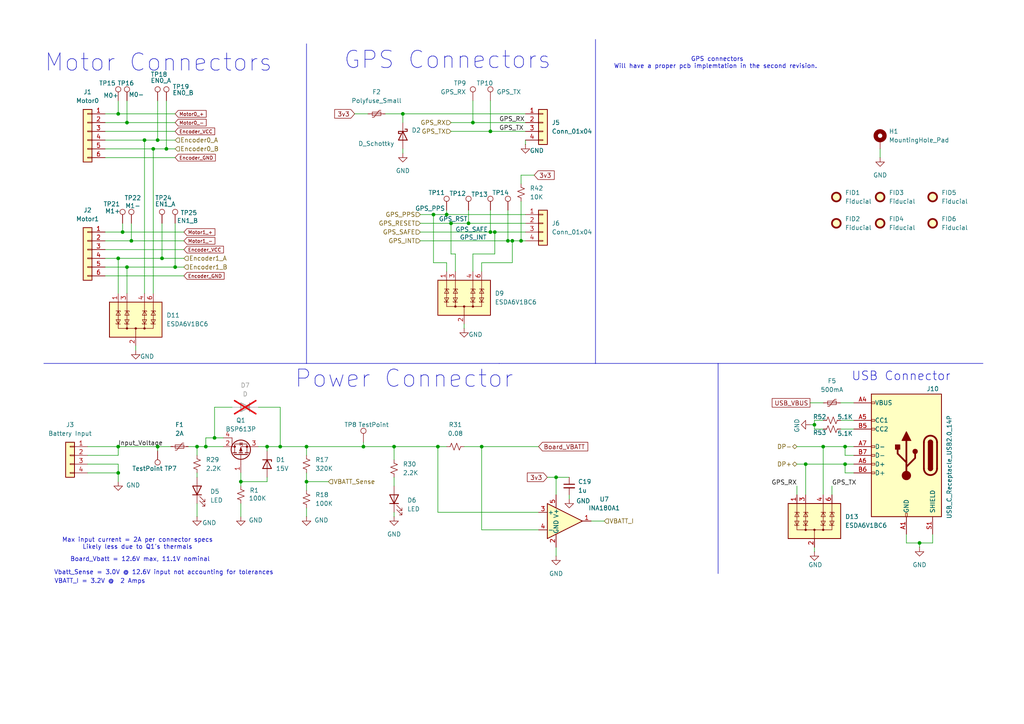
<source format=kicad_sch>
(kicad_sch (version 20231120) (generator "eeschema") (generator_version "8.0")
  (paper "A4")
  (lib_symbols
    (symbol "Amplifier_Current:INA180A1" (pin_names (offset 0.127))
      (property "Reference" "U" (at 3.81 3.81 0))
      (property "Value" "INA180A1" (at 3.81 -2.54 0))
      (symbol "INA180A1_0_1"
        (polyline (pts (xy 5.08 0) (xy -5.08 5.08) (xy -5.08 -5.08) (xy 5.08 0)) (stroke (width 0.254)) (fill (type background)))
      )
      (symbol "INA180A1_1_1"
        (pin output line (at 7.62 0 180) (length 2.54) (name "~") (number "1"))
        (pin power_in line (at -2.54 -7.62 90) (length 3.81) (name "GND") (number "2"))
        (pin input line (at -7.62 2.54 0) (length 2.54) (name "+") (number "3"))
        (pin input line (at -7.62 -2.54 0) (length 2.54) (name "-") (number "4"))
        (pin power_in line (at -2.54 7.62 270) (length 3.81) (name "V+") (number "5"))
      )
    )
    (symbol "Connector:TestPoint" (pin_numbers hide) (pin_names (offset 0.762) hide)
      (property "Reference" "TP" (at 0 6.858 0))
      (property "Value" "TestPoint" (at 0 5.08 0))
      (symbol "TestPoint_0_1"
        (circle (center 0 3.302) (radius 0.762))
      )
      (symbol "TestPoint_1_1"
        (pin passive line (at 0 0 90) (length 2.54) (name "1") (number "1"))
      )
    )
    (symbol "Connector:USB_C_Receptacle_USB2.0_14P" (pin_names (offset 1.016))
      (property "Reference" "J" (at 0 22.225 0))
      (property "Value" "USB_C_Receptacle_USB2.0_14P" (at 0 19.685 0))
      (symbol "USB_C_Receptacle_USB2.0_14P_0_0"
        (rectangle (start -0.254 -17.78) (end 0.254 -16.764))
        (rectangle (start 10.16 -4.826) (end 9.144 -5.334))
        (rectangle (start 10.16 -2.286) (end 9.144 -2.794))
        (rectangle (start 10.16 0.254) (end 9.144 -0.254))
        (rectangle (start 10.16 2.794) (end 9.144 2.286))
        (rectangle (start 10.16 7.874) (end 9.144 7.366))
        (rectangle (start 10.16 10.414) (end 9.144 9.906))
        (rectangle (start 10.16 15.494) (end 9.144 14.986))
      )
      (symbol "USB_C_Receptacle_USB2.0_14P_0_1"
        (rectangle (start -10.16 17.78) (end 10.16 -17.78) (stroke (width 0.254)) (fill (type background)))
        (arc (start -8.89 -3.81) (mid -6.985 -5.7067) (end -5.08 -3.81) (stroke (width 0.508)))
        (arc (start -7.62 -3.81) (mid -6.985 -4.4423) (end -6.35 -3.81) (stroke (width 0.254)))
        (arc (start -7.62 -3.81) (mid -6.985 -4.4423) (end -6.35 -3.81) (stroke (width 0.254)) (fill (type outline)))
        (rectangle (start -7.62 -3.81) (end -6.35 3.81) (stroke (width 0.254)) (fill (type outline)))
        (arc (start -6.35 3.81) (mid -6.985 4.4423) (end -7.62 3.81) (stroke (width 0.254)))
        (arc (start -6.35 3.81) (mid -6.985 4.4423) (end -7.62 3.81) (stroke (width 0.254)) (fill (type outline)))
        (arc (start -5.08 3.81) (mid -6.985 5.7067) (end -8.89 3.81) (stroke (width 0.508)))
        (circle (center -2.54 1.143) (radius 0.635) (stroke (width 0.254)) (fill (type outline)))
        (circle (center 0 -5.842) (radius 1.27) (fill (type outline)))
        (polyline (pts (xy -8.89 -3.81) (xy -8.89 3.81)) (stroke (width 0.508)))
        (polyline (pts (xy -5.08 3.81) (xy -5.08 -3.81)) (stroke (width 0.508)))
        (polyline (pts (xy 0 -5.842) (xy 0 4.318)) (stroke (width 0.508)))
        (polyline (pts (xy 0 -3.302) (xy -2.54 -0.762) (xy -2.54 0.508)) (stroke (width 0.508)))
        (polyline (pts (xy 0 -2.032) (xy 2.54 0.508) (xy 2.54 1.778)) (stroke (width 0.508)))
        (polyline (pts (xy -1.27 4.318) (xy 0 6.858) (xy 1.27 4.318) (xy -1.27 4.318)) (stroke (width 0.254)) (fill (type outline)))
        (rectangle (start 1.905 1.778) (end 3.175 3.048) (stroke (width 0.254)) (fill (type outline)))
      )
      (symbol "USB_C_Receptacle_USB2.0_14P_1_1"
        (pin passive line (at 0 -22.86 90) (length 5.08) (name "GND") (number "A1"))
        (pin passive line (at 0 -22.86 90) (length 5.08) hide (name "GND") (number "A12"))
        (pin passive line (at 15.24 15.24 180) (length 5.08) (name "VBUS") (number "A4"))
        (pin bidirectional line (at 15.24 10.16 180) (length 5.08) (name "CC1") (number "A5"))
        (pin bidirectional line (at 15.24 -2.54 180) (length 5.08) (name "D+") (number "A6"))
        (pin bidirectional line (at 15.24 2.54 180) (length 5.08) (name "D-") (number "A7"))
        (pin passive line (at 15.24 15.24 180) (length 5.08) hide (name "VBUS") (number "A9"))
        (pin passive line (at 0 -22.86 90) (length 5.08) hide (name "GND") (number "B1"))
        (pin passive line (at 0 -22.86 90) (length 5.08) hide (name "GND") (number "B12"))
        (pin passive line (at 15.24 15.24 180) (length 5.08) hide (name "VBUS") (number "B4"))
        (pin bidirectional line (at 15.24 7.62 180) (length 5.08) (name "CC2") (number "B5"))
        (pin bidirectional line (at 15.24 -5.08 180) (length 5.08) (name "D+") (number "B6"))
        (pin bidirectional line (at 15.24 0 180) (length 5.08) (name "D-") (number "B7"))
        (pin passive line (at 15.24 15.24 180) (length 5.08) hide (name "VBUS") (number "B9"))
        (pin passive line (at -7.62 -22.86 90) (length 5.08) (name "SHIELD") (number "S1"))
      )
    )
    (symbol "Connector_Generic:Conn_01x04" (pin_names (offset 1.016) hide)
      (property "Reference" "J" (at 0 5.08 0))
      (property "Value" "Conn_01x04" (at 0 -7.62 0))
      (symbol "Conn_01x04_1_1"
        (rectangle (start -1.27 -4.953) (end 0 -5.207) (stroke (width 0.1524)))
        (rectangle (start -1.27 -2.413) (end 0 -2.667) (stroke (width 0.1524)))
        (rectangle (start -1.27 0.127) (end 0 -0.127) (stroke (width 0.1524)))
        (rectangle (start -1.27 2.667) (end 0 2.413) (stroke (width 0.1524)))
        (rectangle (start -1.27 3.81) (end 1.27 -6.35) (stroke (width 0.254)) (fill (type background)))
        (pin passive line (at -5.08 2.54 0) (length 3.81) (name "Pin_1") (number "1"))
        (pin passive line (at -5.08 0 0) (length 3.81) (name "Pin_2") (number "2"))
        (pin passive line (at -5.08 -2.54 0) (length 3.81) (name "Pin_3") (number "3"))
        (pin passive line (at -5.08 -5.08 0) (length 3.81) (name "Pin_4") (number "4"))
      )
    )
    (symbol "Connector_Generic:Conn_01x06" (pin_names (offset 1.016) hide)
      (property "Reference" "J" (at 0 7.62 0))
      (property "Value" "Conn_01x06" (at 0 -10.16 0))
      (symbol "Conn_01x06_1_1"
        (rectangle (start -1.27 -7.493) (end 0 -7.747) (stroke (width 0.1524)))
        (rectangle (start -1.27 -4.953) (end 0 -5.207) (stroke (width 0.1524)))
        (rectangle (start -1.27 -2.413) (end 0 -2.667) (stroke (width 0.1524)))
        (rectangle (start -1.27 0.127) (end 0 -0.127) (stroke (width 0.1524)))
        (rectangle (start -1.27 2.667) (end 0 2.413) (stroke (width 0.1524)))
        (rectangle (start -1.27 5.207) (end 0 4.953) (stroke (width 0.1524)))
        (rectangle (start -1.27 6.35) (end 1.27 -8.89) (stroke (width 0.254)) (fill (type background)))
        (pin passive line (at -5.08 5.08 0) (length 3.81) (name "Pin_1") (number "1"))
        (pin passive line (at -5.08 2.54 0) (length 3.81) (name "Pin_2") (number "2"))
        (pin passive line (at -5.08 0 0) (length 3.81) (name "Pin_3") (number "3"))
        (pin passive line (at -5.08 -2.54 0) (length 3.81) (name "Pin_4") (number "4"))
        (pin passive line (at -5.08 -5.08 0) (length 3.81) (name "Pin_5") (number "5"))
        (pin passive line (at -5.08 -7.62 0) (length 3.81) (name "Pin_6") (number "6"))
      )
    )
    (symbol "Device:C_Small" (pin_numbers hide) (pin_names (offset 0.254) hide)
      (property "Reference" "C" (at 0.254 1.778 0))
      (property "Value" "C_Small" (at 0.254 -2.032 0))
      (symbol "C_Small_0_1"
        (polyline (pts (xy -1.524 -0.508) (xy 1.524 -0.508)) (stroke (width 0.3302)))
        (polyline (pts (xy -1.524 0.508) (xy 1.524 0.508)) (stroke (width 0.3048)))
      )
      (symbol "C_Small_1_1"
        (pin passive line (at 0 2.54 270) (length 2.032) (name "~") (number "1"))
        (pin passive line (at 0 -2.54 90) (length 2.032) (name "~") (number "2"))
      )
    )
    (symbol "Device:D" (pin_numbers hide) (pin_names (offset 1.016) hide)
      (property "Reference" "D" (at 0 2.54 0))
      (property "Value" "D" (at 0 -2.54 0))
      (symbol "D_0_1"
        (polyline (pts (xy -1.27 1.27) (xy -1.27 -1.27)) (stroke (width 0.254)))
        (polyline (pts (xy 1.27 0) (xy -1.27 0)))
        (polyline (pts (xy 1.27 1.27) (xy 1.27 -1.27) (xy -1.27 0) (xy 1.27 1.27)) (stroke (width 0.254)))
      )
      (symbol "D_1_1"
        (pin passive line (at -3.81 0 0) (length 2.54) (name "K") (number "1"))
        (pin passive line (at 3.81 0 180) (length 2.54) (name "A") (number "2"))
      )
    )
    (symbol "Device:D_Schottky" (pin_numbers hide) (pin_names (offset 1.016) hide)
      (property "Reference" "D" (at 0 2.54 0))
      (property "Value" "D_Schottky" (at 0 -2.54 0))
      (symbol "D_Schottky_0_1"
        (polyline (pts (xy 1.27 0) (xy -1.27 0)))
        (polyline (pts (xy 1.27 1.27) (xy 1.27 -1.27) (xy -1.27 0) (xy 1.27 1.27)) (stroke (width 0.254)))
        (polyline (pts (xy -1.905 0.635) (xy -1.905 1.27) (xy -1.27 1.27) (xy -1.27 -1.27) (xy -0.635 -1.27) (xy -0.635 -0.635)) (stroke (width 0.254)))
      )
      (symbol "D_Schottky_1_1"
        (pin passive line (at -3.81 0 0) (length 2.54) (name "K") (number "1"))
        (pin passive line (at 3.81 0 180) (length 2.54) (name "A") (number "2"))
      )
    )
    (symbol "Device:D_Zener" (pin_numbers hide) (pin_names (offset 1.016) hide)
      (property "Reference" "D" (at 0 2.54 0))
      (property "Value" "D_Zener" (at 0 -2.54 0))
      (symbol "D_Zener_0_1"
        (polyline (pts (xy 1.27 0) (xy -1.27 0)))
        (polyline (pts (xy -1.27 -1.27) (xy -1.27 1.27) (xy -0.762 1.27)) (stroke (width 0.254)))
        (polyline (pts (xy 1.27 -1.27) (xy 1.27 1.27) (xy -1.27 0) (xy 1.27 -1.27)) (stroke (width 0.254)))
      )
      (symbol "D_Zener_1_1"
        (pin passive line (at -3.81 0 0) (length 2.54) (name "K") (number "1"))
        (pin passive line (at 3.81 0 180) (length 2.54) (name "A") (number "2"))
      )
    )
    (symbol "Device:LED" (pin_numbers hide) (pin_names (offset 1.016) hide)
      (property "Reference" "D" (at 0 2.54 0))
      (property "Value" "LED" (at 0 -2.54 0))
      (symbol "LED_0_1"
        (polyline (pts (xy -1.27 -1.27) (xy -1.27 1.27)) (stroke (width 0.254)))
        (polyline (pts (xy -1.27 0) (xy 1.27 0)))
        (polyline (pts (xy 1.27 -1.27) (xy 1.27 1.27) (xy -1.27 0) (xy 1.27 -1.27)) (stroke (width 0.254)))
        (polyline (pts (xy -3.048 -0.762) (xy -4.572 -2.286) (xy -3.81 -2.286) (xy -4.572 -2.286) (xy -4.572 -1.524)))
        (polyline (pts (xy -1.778 -0.762) (xy -3.302 -2.286) (xy -2.54 -2.286) (xy -3.302 -2.286) (xy -3.302 -1.524)))
      )
      (symbol "LED_1_1"
        (pin passive line (at -3.81 0 0) (length 2.54) (name "K") (number "1"))
        (pin passive line (at 3.81 0 180) (length 2.54) (name "A") (number "2"))
      )
    )
    (symbol "Device:Polyfuse_Small" (pin_numbers hide) (pin_names (offset 0))
      (property "Reference" "F" (at -1.905 0 90))
      (property "Value" "Polyfuse_Small" (at 1.905 0 90))
      (symbol "Polyfuse_Small_0_1"
        (rectangle (start -0.508 1.27) (end 0.508 -1.27))
        (polyline (pts (xy 0 2.54) (xy 0 -2.54)))
        (polyline (pts (xy -1.016 1.27) (xy -1.016 0.762) (xy 1.016 -0.762) (xy 1.016 -1.27)))
      )
      (symbol "Polyfuse_Small_1_1"
        (pin passive line (at 0 2.54 270) (length 0.635) (name "~") (number "1"))
        (pin passive line (at 0 -2.54 90) (length 0.635) (name "~") (number "2"))
      )
    )
    (symbol "Device:Q_PMOS_GDSD" (pin_names (offset 0) hide)
      (property "Reference" "Q" (at 5.08 1.27 0))
      (property "Value" "Q_PMOS_GDSD" (at 5.08 -1.27 0))
      (symbol "Q_PMOS_GDSD_0_1"
        (polyline (pts (xy 0.254 0) (xy -2.54 0)))
        (polyline (pts (xy 0.254 1.905) (xy 0.254 -1.905)) (stroke (width 0.254)))
        (polyline (pts (xy 0.762 -1.27) (xy 0.762 -2.286)) (stroke (width 0.254)))
        (polyline (pts (xy 0.762 0.508) (xy 0.762 -0.508)) (stroke (width 0.254)))
        (polyline (pts (xy 0.762 2.286) (xy 0.762 1.27)) (stroke (width 0.254)))
        (polyline (pts (xy 2.54 -2.54) (xy 2.54 0) (xy 0.762 0)))
        (polyline (pts (xy 5.08 2.54) (xy 2.54 2.54) (xy 2.54 1.778)))
        (polyline (pts (xy 0.762 1.778) (xy 3.302 1.778) (xy 3.302 -1.778) (xy 0.762 -1.778)))
        (polyline (pts (xy 2.286 0) (xy 1.27 0.381) (xy 1.27 -0.381) (xy 2.286 0)) (fill (type outline)))
        (polyline (pts (xy 2.794 -0.508) (xy 2.921 -0.381) (xy 3.683 -0.381) (xy 3.81 -0.254)))
        (polyline (pts (xy 3.302 -0.381) (xy 2.921 0.254) (xy 3.683 0.254) (xy 3.302 -0.381)))
        (circle (center 1.651 0) (radius 2.794) (stroke (width 0.254)))
        (circle (center 2.54 -1.778) (radius 0.254) (fill (type outline)))
        (circle (center 2.54 1.778) (radius 0.254) (fill (type outline)))
      )
      (symbol "Q_PMOS_GDSD_1_1"
        (pin input line (at -5.08 0 0) (length 2.54) (name "G") (number "1"))
        (pin passive line (at 2.54 5.08 270) (length 2.54) (name "D") (number "2"))
        (pin passive line (at 2.54 -5.08 90) (length 2.54) (name "S") (number "3"))
        (pin passive line (at 5.08 5.08 270) (length 2.54) (name "D") (number "4"))
      )
    )
    (symbol "Device:R_Small_US" (pin_numbers hide) (pin_names (offset 0.254) hide)
      (property "Reference" "R" (at 0.762 0.508 0))
      (property "Value" "R_Small_US" (at 0.762 -1.016 0))
      (symbol "R_Small_US_1_1"
        (polyline (pts (xy 0 0) (xy 1.016 -0.381) (xy 0 -0.762) (xy -1.016 -1.143) (xy 0 -1.524)))
        (polyline (pts (xy 0 1.524) (xy 1.016 1.143) (xy 0 0.762) (xy -1.016 0.381) (xy 0 0)))
        (pin passive line (at 0 2.54 270) (length 1.016) (name "~") (number "1"))
        (pin passive line (at 0 -2.54 90) (length 1.016) (name "~") (number "2"))
      )
    )
    (symbol "Mechanical:Fiducial" (exclude_from_sim yes) (in_bom no)
      (property "Reference" "FID" (at 0 5.08 0))
      (property "Value" "Fiducial" (at 0 3.175 0))
      (symbol "Fiducial_0_1"
        (circle (center 0 0) (radius 1.27) (stroke (width 0.508)) (fill (type background)))
      )
    )
    (symbol "Mechanical:MountingHole_Pad" (pin_numbers hide) (pin_names (offset 1.016) hide) (exclude_from_sim yes) (in_bom no)
      (property "Reference" "H" (at 0 6.35 0))
      (property "Value" "MountingHole_Pad" (at 0 4.445 0))
      (symbol "MountingHole_Pad_0_1"
        (circle (center 0 1.27) (radius 1.27) (stroke (width 1.27)))
      )
      (symbol "MountingHole_Pad_1_1"
        (pin input line (at 0 -2.54 90) (length 2.54) (name "1") (number "1"))
      )
    )
    (symbol "Power_Protection:ESDA6V1BC6" (pin_names hide)
      (property "Reference" "D" (at -2.54 -6.35 0))
      (property "Value" "ESDA6V1BC6" (at 1.27 -6.35 0))
      (symbol "ESDA6V1BC6_0_0"
        (pin passive line (at 0 -7.62 90) (length 2.54) (name "COM") (number "2"))
      )
      (symbol "ESDA6V1BC6_0_1"
        (rectangle (start -7.62 5.08) (end 7.62 -5.08) (stroke (width 0.254)) (fill (type background)))
        (circle (center -2.54 -2.54) (radius 0.254) (fill (type outline)))
        (circle (center 0 -2.54) (radius 0.254) (fill (type outline)))
        (polyline (pts (xy -5.08 -2.54) (xy -5.08 -1.27)))
        (polyline (pts (xy -5.08 -2.54) (xy 5.08 -2.54)))
        (polyline (pts (xy -5.08 2.54) (xy -5.08 -1.27)))
        (polyline (pts (xy -5.08 5.08) (xy -5.08 2.54)))
        (polyline (pts (xy -2.54 -2.54) (xy -2.54 -1.27)))
        (polyline (pts (xy -2.54 2.54) (xy -2.54 -1.27)))
        (polyline (pts (xy -2.54 5.08) (xy -2.54 2.54)))
        (polyline (pts (xy 0 -2.54) (xy 0 -5.08)))
        (polyline (pts (xy 2.54 -2.54) (xy 2.54 -1.27)))
        (polyline (pts (xy 2.54 2.54) (xy 2.54 -1.27)))
        (polyline (pts (xy 2.54 5.08) (xy 2.54 2.54)))
        (polyline (pts (xy 5.08 -2.54) (xy 5.08 -1.27)))
        (polyline (pts (xy 5.08 2.54) (xy 5.08 -1.27)))
        (polyline (pts (xy 5.08 5.08) (xy 5.08 2.54)))
        (polyline (pts (xy -5.715 -1.016) (xy -5.715 -1.27) (xy -4.445 -1.27)))
        (polyline (pts (xy -5.715 2.54) (xy -4.445 2.54) (xy -4.445 2.286)))
        (polyline (pts (xy -3.175 -1.016) (xy -3.175 -1.27) (xy -1.905 -1.27)))
        (polyline (pts (xy -3.175 2.54) (xy -1.905 2.54) (xy -1.905 2.286)))
        (polyline (pts (xy 1.905 -1.016) (xy 1.905 -1.27) (xy 3.175 -1.27)))
        (polyline (pts (xy 1.905 2.54) (xy 3.175 2.54) (xy 3.175 2.286)))
        (polyline (pts (xy 4.445 -1.016) (xy 4.445 -1.27) (xy 5.715 -1.27)))
        (polyline (pts (xy 4.445 2.54) (xy 5.715 2.54) (xy 5.715 2.286)))
        (polyline (pts (xy -5.08 -1.27) (xy -5.715 0) (xy -4.445 0) (xy -5.08 -1.27)))
        (polyline (pts (xy -5.08 2.54) (xy -4.445 1.27) (xy -5.715 1.27) (xy -5.08 2.54)))
        (polyline (pts (xy -2.54 -1.27) (xy -3.175 0) (xy -1.905 0) (xy -2.54 -1.27)))
        (polyline (pts (xy -2.54 2.54) (xy -1.905 1.27) (xy -3.175 1.27) (xy -2.54 2.54)))
        (polyline (pts (xy 2.54 -1.27) (xy 1.905 0) (xy 3.175 0) (xy 2.54 -1.27)))
        (polyline (pts (xy 2.54 2.54) (xy 3.175 1.27) (xy 1.905 1.27) (xy 2.54 2.54)))
        (polyline (pts (xy 5.08 -1.27) (xy 4.445 0) (xy 5.715 0) (xy 5.08 -1.27)))
        (polyline (pts (xy 5.08 2.54) (xy 5.715 1.27) (xy 4.445 1.27) (xy 5.08 2.54)))
        (circle (center 2.54 -2.54) (radius 0.254) (fill (type outline)))
      )
      (symbol "ESDA6V1BC6_1_1"
        (pin passive line (at -5.08 7.62 270) (length 2.54) (name "TVS1") (number "1"))
        (pin passive line (at -2.54 7.62 270) (length 2.54) (name "TVS2") (number "3"))
        (pin passive line (at 2.54 7.62 270) (length 2.54) (name "TVS3") (number "4"))
        (pin passive line (at 0 -7.62 90) (length 2.54) hide (name "COM") (number "5"))
        (pin passive line (at 5.08 7.62 270) (length 2.54) (name "TVS4") (number "6"))
      )
    )
    (symbol "power:GND" (power) (pin_numbers hide) (pin_names (offset 0) hide)
      (property "Value" "GND" (at 0 -3.81 0))
      (symbol "GND_0_1"
        (polyline (pts (xy 0 0) (xy 0 -1.27) (xy 1.27 -1.27) (xy 0 -2.54) (xy -1.27 -1.27) (xy 0 -1.27)))
      )
      (symbol "GND_1_1"
        (pin power_in line (at 0 0 270) (length 0) (name "~") (number "1"))
      )
    )
  )
  (junction (at 41.91 40.64))
  (junction (at 147.32 69.85))
  (junction (at 137.16 35.56))
  (junction (at 127 129.54))
  (junction (at 36.83 77.47))
  (junction (at 88.9 139.7))
  (junction (at 77.47 129.54))
  (junction (at 143.51 67.31))
  (junction (at 59.69 129.54))
  (junction (at 34.29 137.16))
  (junction (at 36.83 35.56))
  (junction (at 129.54 62.23))
  (junction (at 34.29 33.02))
  (junction (at 236.22 123.19))
  (junction (at 116.84 33.02))
  (junction (at 34.29 74.93))
  (junction (at 88.9 129.54))
  (junction (at 46.99 74.93))
  (junction (at 45.72 40.64))
  (junction (at 125.73 62.23))
  (junction (at 233.68 134.62))
  (junction (at 62.23 127))
  (junction (at 114.3 129.54))
  (junction (at 81.28 129.54))
  (junction (at 139.7 129.54))
  (junction (at 142.24 67.31))
  (junction (at 238.76 129.54))
  (junction (at 151.13 69.85))
  (junction (at 45.72 129.54))
  (junction (at 266.7 157.48))
  (junction (at 48.26 43.18))
  (junction (at 35.56 67.31))
  (junction (at 135.89 64.77))
  (junction (at 69.85 139.7))
  (junction (at 245.11 134.62))
  (junction (at 38.1 69.85))
  (junction (at 105.41 129.54))
  (junction (at 245.11 129.54))
  (junction (at 34.29 129.54))
  (junction (at 148.59 69.85))
  (junction (at 130.81 64.77))
  (junction (at 57.15 129.54))
  (junction (at 142.24 38.1))
  (junction (at 161.29 138.43))
  (junction (at 50.8 77.47))
  (junction (at 44.45 43.18))
  (wire (pts (xy 74.93 118.11) (xy 81.28 118.11)))
  (wire (pts (xy 88.9 129.54) (xy 105.41 129.54)))
  (wire (pts (xy 30.48 69.85) (xy 38.1 69.85)))
  (wire (pts (xy 62.23 127) (xy 64.77 127)))
  (wire (pts (xy 236.22 124.46) (xy 236.22 123.19)))
  (wire (pts (xy 247.65 137.16) (xy 245.11 137.16)))
  (wire (pts (xy 25.4 129.54) (xy 34.29 129.54)))
  (wire (pts (xy 34.29 29.21) (xy 34.29 33.02)))
  (wire (pts (xy 238.76 129.54) (xy 238.76 143.51)))
  (wire (pts (xy 129.54 60.96) (xy 129.54 62.23)))
  (wire (pts (xy 50.8 77.47) (xy 53.34 77.47)))
  (polyline (pts (xy 208.28 105.41) (xy 208.28 166.37)))
  (wire (pts (xy 34.29 134.62) (xy 34.29 137.16)))
  (wire (pts (xy 57.15 129.54) (xy 57.15 132.08)))
  (wire (pts (xy 234.95 116.84) (xy 238.76 116.84)))
  (wire (pts (xy 30.48 77.47) (xy 36.83 77.47)))
  (wire (pts (xy 57.15 129.54) (xy 59.69 129.54)))
  (wire (pts (xy 151.13 50.8) (xy 154.94 50.8)))
  (wire (pts (xy 245.11 134.62) (xy 247.65 134.62)))
  (wire (pts (xy 105.41 128.27) (xy 105.41 129.54)))
  (wire (pts (xy 114.3 133.35) (xy 114.3 129.54)))
  (wire (pts (xy 25.4 132.08) (xy 34.29 132.08)))
  (wire (pts (xy 116.84 43.18) (xy 116.84 44.45)))
  (wire (pts (xy 147.32 60.96) (xy 147.32 69.85)))
  (wire (pts (xy 132.08 78.74) (xy 132.08 73.66)))
  (wire (pts (xy 233.68 134.62) (xy 245.11 134.62)))
  (wire (pts (xy 36.83 77.47) (xy 50.8 77.47)))
  (wire (pts (xy 142.24 29.21) (xy 142.24 38.1)))
  (wire (pts (xy 152.4 40.64) (xy 152.4 41.91)))
  (wire (pts (xy 245.11 134.62) (xy 245.11 137.16)))
  (wire (pts (xy 59.69 127) (xy 62.23 127)))
  (polyline (pts (xy 88.9 105.41) (xy 144.78 105.41)))
  (wire (pts (xy 151.13 58.42) (xy 151.13 69.85)))
  (wire (pts (xy 116.84 35.56) (xy 116.84 33.02)))
  (wire (pts (xy 130.81 64.77) (xy 135.89 64.77)))
  (wire (pts (xy 151.13 69.85) (xy 152.4 69.85)))
  (wire (pts (xy 30.48 67.31) (xy 35.56 67.31)))
  (wire (pts (xy 45.72 129.54) (xy 49.53 129.54)))
  (wire (pts (xy 25.4 134.62) (xy 34.29 134.62)))
  (wire (pts (xy 48.26 43.18) (xy 50.8 43.18)))
  (wire (pts (xy 67.31 118.11) (xy 62.23 118.11)))
  (wire (pts (xy 270.51 154.94) (xy 270.51 157.48)))
  (wire (pts (xy 161.29 138.43) (xy 161.29 143.51)))
  (wire (pts (xy 77.47 138.43) (xy 77.47 139.7)))
  (wire (pts (xy 130.81 38.1) (xy 142.24 38.1)))
  (wire (pts (xy 231.14 134.62) (xy 233.68 134.62)))
  (wire (pts (xy 129.54 62.23) (xy 152.4 62.23)))
  (wire (pts (xy 151.13 53.34) (xy 151.13 50.8)))
  (wire (pts (xy 132.08 73.66) (xy 130.81 73.66)))
  (wire (pts (xy 243.84 116.84) (xy 247.65 116.84)))
  (wire (pts (xy 88.9 137.16) (xy 88.9 139.7)))
  (wire (pts (xy 134.62 93.98) (xy 134.62 95.25)))
  (wire (pts (xy 156.21 153.67) (xy 139.7 153.67)))
  (wire (pts (xy 236.22 123.19) (xy 236.22 121.92)))
  (polyline (pts (xy 172.72 11.43) (xy 172.72 105.41)))
  (wire (pts (xy 35.56 67.31) (xy 53.34 67.31)))
  (wire (pts (xy 102.87 33.02) (xy 106.68 33.02)))
  (polyline (pts (xy 172.72 105.41) (xy 144.78 105.41)))
  (wire (pts (xy 125.73 76.2) (xy 129.54 76.2)))
  (wire (pts (xy 44.45 43.18) (xy 44.45 85.09)))
  (wire (pts (xy 147.32 69.85) (xy 148.59 69.85)))
  (wire (pts (xy 161.29 138.43) (xy 165.1 138.43)))
  (wire (pts (xy 236.22 158.75) (xy 236.22 160.02)))
  (wire (pts (xy 148.59 69.85) (xy 151.13 69.85)))
  (wire (pts (xy 125.73 62.23) (xy 129.54 62.23)))
  (wire (pts (xy 130.81 35.56) (xy 137.16 35.56)))
  (wire (pts (xy 247.65 132.08) (xy 245.11 132.08)))
  (wire (pts (xy 137.16 35.56) (xy 152.4 35.56)))
  (wire (pts (xy 77.47 129.54) (xy 77.47 130.81)))
  (wire (pts (xy 231.14 140.97) (xy 231.14 143.51)))
  (wire (pts (xy 121.92 62.23) (xy 125.73 62.23)))
  (wire (pts (xy 105.41 129.54) (xy 114.3 129.54)))
  (wire (pts (xy 111.76 33.02) (xy 116.84 33.02)))
  (wire (pts (xy 69.85 146.05) (xy 69.85 149.86)))
  (wire (pts (xy 236.22 121.92) (xy 238.76 121.92)))
  (wire (pts (xy 139.7 153.67) (xy 139.7 129.54)))
  (wire (pts (xy 34.29 74.93) (xy 34.29 85.09)))
  (wire (pts (xy 245.11 129.54) (xy 247.65 129.54)))
  (wire (pts (xy 161.29 158.75) (xy 161.29 161.29)))
  (wire (pts (xy 245.11 132.08) (xy 245.11 129.54)))
  (wire (pts (xy 148.59 69.85) (xy 148.59 76.2)))
  (wire (pts (xy 50.8 64.77) (xy 50.8 77.47)))
  (wire (pts (xy 81.28 129.54) (xy 81.28 118.11)))
  (wire (pts (xy 121.92 64.77) (xy 130.81 64.77)))
  (polyline (pts (xy 172.72 105.41) (xy 208.28 105.41)))
  (wire (pts (xy 121.92 69.85) (xy 147.32 69.85)))
  (wire (pts (xy 137.16 78.74) (xy 137.16 73.66)))
  (wire (pts (xy 266.7 157.48) (xy 262.89 157.48)))
  (wire (pts (xy 34.29 137.16) (xy 34.29 139.7)))
  (polyline (pts (xy 88.9 12.7) (xy 88.9 105.41)))
  (wire (pts (xy 30.48 80.01) (xy 53.34 80.01)))
  (wire (pts (xy 69.85 139.7) (xy 69.85 140.97)))
  (wire (pts (xy 266.7 158.75) (xy 266.7 157.48)))
  (wire (pts (xy 88.9 139.7) (xy 95.25 139.7)))
  (wire (pts (xy 139.7 78.74) (xy 139.7 76.2)))
  (wire (pts (xy 77.47 129.54) (xy 81.28 129.54)))
  (wire (pts (xy 45.72 129.54) (xy 45.72 130.81)))
  (wire (pts (xy 116.84 33.02) (xy 152.4 33.02)))
  (wire (pts (xy 45.72 29.21) (xy 45.72 40.64)))
  (wire (pts (xy 238.76 129.54) (xy 245.11 129.54)))
  (wire (pts (xy 74.93 129.54) (xy 77.47 129.54)))
  (wire (pts (xy 262.89 157.48) (xy 262.89 154.94)))
  (wire (pts (xy 34.29 129.54) (xy 34.29 132.08)))
  (wire (pts (xy 165.1 143.51) (xy 165.1 144.78)))
  (wire (pts (xy 88.9 129.54) (xy 88.9 132.08)))
  (wire (pts (xy 135.89 60.96) (xy 135.89 64.77)))
  (wire (pts (xy 137.16 73.66) (xy 143.51 73.66)))
  (wire (pts (xy 130.81 64.77) (xy 130.81 73.66)))
  (wire (pts (xy 81.28 129.54) (xy 88.9 129.54)))
  (wire (pts (xy 158.75 138.43) (xy 161.29 138.43)))
  (wire (pts (xy 243.84 124.46) (xy 247.65 124.46)))
  (wire (pts (xy 241.3 140.97) (xy 241.3 143.51)))
  (wire (pts (xy 59.69 127) (xy 59.69 129.54)))
  (wire (pts (xy 142.24 60.96) (xy 142.24 67.31)))
  (wire (pts (xy 171.45 151.13) (xy 175.26 151.13)))
  (wire (pts (xy 35.56 64.77) (xy 35.56 67.31)))
  (wire (pts (xy 127 148.59) (xy 127 129.54)))
  (wire (pts (xy 142.24 38.1) (xy 152.4 38.1)))
  (wire (pts (xy 57.15 137.16) (xy 57.15 138.43)))
  (wire (pts (xy 59.69 129.54) (xy 64.77 129.54)))
  (wire (pts (xy 69.85 137.16) (xy 69.85 139.7)))
  (wire (pts (xy 36.83 29.21) (xy 36.83 35.56)))
  (wire (pts (xy 234.95 123.19) (xy 236.22 123.19)))
  (wire (pts (xy 30.48 35.56) (xy 36.83 35.56)))
  (wire (pts (xy 36.83 35.56) (xy 50.8 35.56)))
  (wire (pts (xy 62.23 118.11) (xy 62.23 127)))
  (wire (pts (xy 129.54 78.74) (xy 129.54 76.2)))
  (wire (pts (xy 41.91 40.64) (xy 41.91 85.09)))
  (wire (pts (xy 30.48 40.64) (xy 41.91 40.64)))
  (wire (pts (xy 134.62 129.54) (xy 139.7 129.54)))
  (wire (pts (xy 121.92 67.31) (xy 142.24 67.31)))
  (wire (pts (xy 88.9 147.32) (xy 88.9 149.86)))
  (wire (pts (xy 36.83 77.47) (xy 36.83 85.09)))
  (wire (pts (xy 34.29 33.02) (xy 50.8 33.02)))
  (wire (pts (xy 44.45 43.18) (xy 48.26 43.18)))
  (wire (pts (xy 139.7 129.54) (xy 156.21 129.54)))
  (wire (pts (xy 34.29 129.54) (xy 45.72 129.54)))
  (wire (pts (xy 233.68 134.62) (xy 233.68 143.51)))
  (wire (pts (xy 255.27 43.18) (xy 255.27 45.72)))
  (wire (pts (xy 30.48 38.1) (xy 50.8 38.1)))
  (wire (pts (xy 238.76 124.46) (xy 236.22 124.46)))
  (wire (pts (xy 137.16 29.21) (xy 137.16 35.56)))
  (wire (pts (xy 231.14 129.54) (xy 238.76 129.54)))
  (wire (pts (xy 38.1 69.85) (xy 53.34 69.85)))
  (wire (pts (xy 125.73 62.23) (xy 125.73 76.2)))
  (wire (pts (xy 39.37 101.6) (xy 39.37 100.33)))
  (wire (pts (xy 88.9 139.7) (xy 88.9 142.24)))
  (wire (pts (xy 48.26 29.21) (xy 48.26 43.18)))
  (wire (pts (xy 30.48 45.72) (xy 50.8 45.72)))
  (wire (pts (xy 114.3 138.43) (xy 114.3 140.97)))
  (wire (pts (xy 54.61 129.54) (xy 57.15 129.54)))
  (wire (pts (xy 156.21 148.59) (xy 127 148.59)))
  (wire (pts (xy 143.51 67.31) (xy 143.51 73.66)))
  (wire (pts (xy 45.72 40.64) (xy 50.8 40.64)))
  (wire (pts (xy 143.51 67.31) (xy 152.4 67.31)))
  (wire (pts (xy 142.24 67.31) (xy 143.51 67.31)))
  (wire (pts (xy 46.99 64.77) (xy 46.99 74.93)))
  (wire (pts (xy 69.85 139.7) (xy 77.47 139.7)))
  (wire (pts (xy 135.89 64.77) (xy 152.4 64.77)))
  (wire (pts (xy 139.7 76.2) (xy 148.59 76.2)))
  (wire (pts (xy 30.48 72.39) (xy 53.34 72.39)))
  (wire (pts (xy 41.91 40.64) (xy 45.72 40.64)))
  (wire (pts (xy 38.1 64.77) (xy 38.1 69.85)))
  (wire (pts (xy 25.4 137.16) (xy 34.29 137.16)))
  (wire (pts (xy 30.48 74.93) (xy 34.29 74.93)))
  (wire (pts (xy 266.7 157.48) (xy 270.51 157.48)))
  (wire (pts (xy 46.99 74.93) (xy 53.34 74.93)))
  (wire (pts (xy 57.15 146.05) (xy 57.15 149.86)))
  (polyline (pts (xy 208.28 105.41) (xy 285.115 105.41)))
  (wire (pts (xy 30.48 43.18) (xy 44.45 43.18)))
  (wire (pts (xy 127 129.54) (xy 129.54 129.54)))
  (wire (pts (xy 243.84 121.92) (xy 247.65 121.92)))
  (wire (pts (xy 114.3 148.59) (xy 114.3 149.86)))
  (polyline (pts (xy 12.7 105.41) (xy 88.9 105.41)))
  (wire (pts (xy 30.48 33.02) (xy 34.29 33.02)))
  (wire (pts (xy 34.29 74.93) (xy 46.99 74.93)))
  (wire (pts (xy 114.3 129.54) (xy 127 129.54)))
  (text "Board_Vbatt = 12.6V max, 11.1V nominal" (at 40.64 162.306 0) (effects (font (size 1.27 1.27))))
  (text "Motor Connectors\n" (at 45.974 18.288 0) (effects (font (size 5 5))))
  (text "GPS Connectors\n" (at 129.794 17.526 0) (effects (font (size 5 5))))
  (text "USB Connector" (at 261.366 109.22 0) (effects (font (size 2.54 2.54))))
  (text "Vbatt_Sense = 3.0V @ 12.6V input not accounting for tolerances" (at 47.498 166.116 0) (effects (font (size 1.27 1.27))))
  (text "GPS connectors\nWill have a proper pcb implemtation in the second revision. " (at 208.026 18.288 0) (effects (font (size 1.27 1.27))))
  (text "VBATT_I = 3.2V @  2 Amps" (at 28.956 168.656 0) (effects (font (size 1.27 1.27))))
  (text "Power Connector " (at 119.126 109.982 0) (effects (font (size 5 5))))
  (text "Max input current = 2A per connector specs\nLikely less due to Q1's thermals" (at 39.878 157.734 0) (effects (font (size 1.27 1.27))))
  (label "GPS_TX" (at 241.3 140.97 0))
  (label "GPS_RX" (at 144.78 35.56 0))
  (label "Input_Voltage" (at 34.29 129.54 0))
  (label "GPS_RX" (at 231.14 140.97 180))
  (label "GPS_TX" (at 144.78 38.1 0))
  (global_label "Motor1_-" (shape input) (at 53.34 69.85 0) (effects (font (size 1 1))) (property "Intersheetrefs" "${INTERSHEET_REFS}" (effects (hide yes))))
  (global_label "Motor0_-" (shape input) (at 50.8 35.56 0) (effects (font (size 1 1))) (property "Intersheetrefs" "${INTERSHEET_REFS}" (effects (hide yes))))
  (global_label "Encoder_GND" (shape input) (at 50.8 45.72 0) (effects (font (size 1 1))) (property "Intersheetrefs" "${INTERSHEET_REFS}" (effects (hide yes))))
  (global_label "Encoder_VCC" (shape input) (at 53.34 72.39 0) (effects (font (size 1 1))) (property "Intersheetrefs" "${INTERSHEET_REFS}" (effects (hide yes))))
  (global_label "Board_VBATT" (shape input) (at 156.21 129.54 0) (property "Intersheetrefs" "${INTERSHEET_REFS}" (effects (hide yes))))
  (global_label "Motor0_+" (shape input) (at 50.8 33.02 0) (effects (font (size 1 1))) (property "Intersheetrefs" "${INTERSHEET_REFS}" (effects (hide yes))))
  (global_label "USB_VBUS" (shape passive) (at 234.95 116.84 180) (property "Intersheetrefs" "${INTERSHEET_REFS}" (effects (hide yes))))
  (global_label "3v3" (shape input) (at 158.75 138.43 180) (property "Intersheetrefs" "${INTERSHEET_REFS}" (effects (hide yes))))
  (global_label "Motor1_+" (shape input) (at 53.34 67.31 0) (effects (font (size 1 1))) (property "Intersheetrefs" "${INTERSHEET_REFS}" (effects (hide yes))))
  (global_label "3v3" (shape input) (at 154.94 50.8 0) (property "Intersheetrefs" "${INTERSHEET_REFS}" (effects (hide yes))))
  (global_label "Encoder_GND" (shape input) (at 53.34 80.01 0) (effects (font (size 1 1))) (property "Intersheetrefs" "${INTERSHEET_REFS}" (effects (hide yes))))
  (global_label "3v3" (shape input) (at 102.87 33.02 180) (property "Intersheetrefs" "${INTERSHEET_REFS}" (effects (hide yes))))
  (global_label "Encoder_VCC" (shape input) (at 50.8 38.1 0) (effects (font (size 1 1))) (property "Intersheetrefs" "${INTERSHEET_REFS}" (effects (hide yes))))
  (hierarchical_label "VBATT_I" (shape input) (at 175.26 151.13 0))
  (hierarchical_label "VBATT_Sense" (shape input) (at 95.25 139.7 0))
  (hierarchical_label "GPS_RX" (shape input) (at 130.81 35.56 180))
  (hierarchical_label "GPS_RESET" (shape input) (at 121.92 64.77 180))
  (hierarchical_label "DP+" (shape bidirectional) (at 231.14 134.62 180))
  (hierarchical_label "GPS_TX" (shape input) (at 130.81 38.1 180))
  (hierarchical_label "Encoder0_A" (shape input) (at 50.8 40.64 0))
  (hierarchical_label "GPS_PPS" (shape input) (at 121.92 62.23 180))
  (hierarchical_label "DP-" (shape bidirectional) (at 231.14 129.54 180))
  (hierarchical_label "Encoder1_A" (shape input) (at 53.34 74.93 0))
  (hierarchical_label "Encoder1_B" (shape input) (at 53.34 77.47 0))
  (hierarchical_label "GPS_SAFE" (shape input) (at 121.92 67.31 180))
  (hierarchical_label "Encoder0_B" (shape input) (at 50.8 43.18 0))
  (hierarchical_label "GPS_INT" (shape input) (at 121.92 69.85 180))
  (symbol (lib_id "Mechanical:Fiducial") (at 242.57 57.15 0) (unit 1) (exclude_from_sim yes) (in_bom no)
    (property "Reference" "FID1" (at 245.11 55.8799 0) (effects (justify left)))
    (property "Value" "Fiducial" (at 245.11 58.4199 0) (effects (justify left)))
    (property "Footprint" "Fiducial:Fiducial_1mm_Mask2mm" (effects (hide yes)))
    (property "Description" "Fiducial Marker" (effects (hide yes)))
  )
  (symbol (lib_id "Connector:TestPoint") (at 35.56 64.77 0) (unit 1)
    (property "Reference" "TP21" (at 29.972 59.182 0) (effects (justify left)))
    (property "Value" "M1+" (at 30.48 61.214 0) (effects (justify left)))
    (property "Footprint" "TestPoint:TestPoint_Pad_1.0x1.0mm" (effects (hide yes)))
    (property "Description" "test point" (effects (hide yes)))
  )
  (symbol (lib_id "Connector:TestPoint") (at 50.8 64.77 0) (unit 1)
    (property "Reference" "TP25" (at 52.324 61.722 0) (effects (justify left)))
    (property "Value" "EN1_B" (at 51.308 64.008 0) (effects (justify left)))
    (property "Footprint" "TestPoint:TestPoint_Pad_1.0x1.0mm" (effects (hide yes)))
    (property "Description" "test point" (effects (hide yes)))
  )
  (symbol (lib_id "Device:Polyfuse_Small") (at 109.22 33.02 90) (unit 1)
    (property "Reference" "F2" (at 109.22 26.67 90))
    (property "Value" "Polyfuse_Small" (at 109.22 29.21 90))
    (property "Footprint" "Fuse:Fuse_1206_3216Metric" (effects (hide yes)))
    (property "Description" "Resettable fuse, polymeric positive temperature coefficient, small symbol" (effects (hide yes)))
  )
  (symbol (lib_id "Connector_Generic:Conn_01x04") (at 157.48 35.56 0) (unit 1)
    (property "Reference" "J5" (at 160.02 35.5599 0) (effects (justify left)))
    (property "Value" "Conn_01x04" (at 160.02 38.0999 0) (effects (justify left)))
    (property "Footprint" "Connector_PinHeader_2.54mm:PinHeader_1x04_P2.54mm_Vertical" (effects (hide yes)))
    (property "Description" "Generic connector, single row, 01x04, script generated (kicad-library-utils/schlib/autogen/connector/)" (effects (hide yes)))
  )
  (symbol (lib_id "Device:R_Small_US") (at 88.9 144.78 0) (unit 1)
    (property "Reference" "R18" (at 91.44 143.5099 0) (effects (justify left)))
    (property "Value" "100K" (at 91.44 146.0499 0) (effects (justify left)))
    (property "Footprint" "Resistor_SMD:R_0402_1005Metric" (effects (hide yes)))
    (property "Description" "Resistor, small US symbol" (effects (hide yes)))
  )
  (symbol (lib_id "Device:R_Small_US") (at 132.08 129.54 90) (unit 1)
    (property "Reference" "R31" (at 132.08 123.19 90))
    (property "Value" "0.08" (at 132.08 125.73 90))
    (property "Footprint" "Resistor_SMD:R_1206_3216Metric" (effects (hide yes)))
    (property "Description" "Resistor, small US symbol" (effects (hide yes)))
  )
  (symbol (lib_id "power:GND") (at 57.15 149.86 0) (unit 1)
    (property "Reference" "#PWR026" (effects (hide yes)))
    (property "Value" "GND" (at 60.706 151.638 0))
  )
  (symbol (lib_id "Connector:TestPoint") (at 48.26 29.21 0) (unit 1)
    (property "Reference" "TP19" (at 50.038 25.146 0) (effects (justify left)))
    (property "Value" "EN0_B" (at 50.038 26.924 0) (effects (justify left)))
    (property "Footprint" "TestPoint:TestPoint_Pad_1.0x1.0mm" (effects (hide yes)))
    (property "Description" "test point" (effects (hide yes)))
  )
  (symbol (lib_id "power:GND") (at 255.27 45.72 0) (unit 1)
    (property "Reference" "#PWR039" (effects (hide yes)))
    (property "Value" "GND" (at 255.27 50.8 0))
    (property "Description" "Power symbol creates a global label with name \"GND\" , ground" (effects (hide yes)))
  )
  (symbol (lib_id "Device:R_Small_US") (at 69.85 143.51 0) (unit 1)
    (property "Reference" "R1" (at 72.39 142.2399 0) (effects (justify left)))
    (property "Value" "100K" (at 72.136 144.526 0) (effects (justify left)))
    (property "Footprint" "Resistor_SMD:R_0402_1005Metric" (effects (hide yes)))
    (property "Description" "Resistor, small US symbol" (effects (hide yes)))
  )
  (symbol (lib_id "Mechanical:Fiducial") (at 270.51 64.77 0) (unit 1) (exclude_from_sim yes) (in_bom no)
    (property "Reference" "FID6" (at 273.05 63.4999 0) (effects (justify left)))
    (property "Value" "Fiducial" (at 273.05 66.0399 0) (effects (justify left)))
    (property "Footprint" "Fiducial:Fiducial_1mm_Mask2mm" (effects (hide yes)))
    (property "Description" "Fiducial Marker" (effects (hide yes)))
  )
  (symbol (lib_id "Power_Protection:ESDA6V1BC6") (at 236.22 151.13 0) (unit 1)
    (property "Reference" "D13" (at 245.11 149.8599 0) (effects (justify left)))
    (property "Value" "ESDA6V1BC6" (at 245.11 152.3999 0) (effects (justify left)))
    (property "Footprint" "Package_TO_SOT_SMD:SOT-23-6" (effects (hide yes)))
    (property "Datasheet" "http://www.st.com/content/ccc/resource/technical/document/datasheet/21/07/21/e3/a8/df/42/a2/CD00001906.pdf/files/CD00001906.pdf/jcr:content/translations/en.CD00001906.pdf" (effects (hide yes)))
    (property "Description" "Quad bidirectional transil, Suppressor for ESD protection, 5V Standoff, 4 Channels, SOT-23-6" (effects (hide yes)))
  )
  (symbol (lib_id "Device:R_Small_US") (at 114.3 135.89 0) (unit 1)
    (property "Reference" "R30" (at 116.84 134.6199 0) (effects (justify left)))
    (property "Value" "2.2K" (at 116.84 137.1599 0) (effects (justify left)))
    (property "Footprint" "Resistor_SMD:R_0402_1005Metric" (effects (hide yes)))
    (property "Description" "Resistor, small US symbol" (effects (hide yes)))
  )
  (symbol (lib_id "power:GND") (at 236.22 160.02 0) (unit 1)
    (property "Reference" "#PWR043" (effects (hide yes)))
    (property "Value" "GND" (at 236.474 163.83 0))
  )
  (symbol (lib_id "Connector:TestPoint") (at 38.1 64.77 0) (unit 1)
    (property "Reference" "TP22" (at 36.068 57.404 0) (effects (justify left)))
    (property "Value" "M1-" (at 36.322 59.69 0) (effects (justify left)))
    (property "Footprint" "TestPoint:TestPoint_Pad_1.0x1.0mm" (effects (hide yes)))
    (property "Description" "test point" (effects (hide yes)))
  )
  (symbol (lib_id "Connector:TestPoint") (at 137.16 29.21 0) (unit 1)
    (property "Reference" "TP9" (at 131.572 24.13 0) (effects (justify left)))
    (property "Value" "GPS_RX" (at 127.762 26.67 0) (effects (justify left)))
    (property "Footprint" "TestPoint:TestPoint_Pad_1.0x1.0mm" (effects (hide yes)))
    (property "Description" "test point" (effects (hide yes)))
  )
  (symbol (lib_id "power:GND") (at 114.3 149.86 0) (unit 1)
    (property "Reference" "#PWR027" (effects (hide yes)))
    (property "Value" "GND" (at 114.3 154.94 0))
  )
  (symbol (lib_id "Connector:TestPoint") (at 45.72 29.21 0) (unit 1)
    (property "Reference" "TP18" (at 43.688 21.59 0) (effects (justify left)))
    (property "Value" "EN0_A" (at 43.688 23.368 0) (effects (justify left)))
    (property "Footprint" "TestPoint:TestPoint_Pad_1.0x1.0mm" (effects (hide yes)))
    (property "Description" "test point" (effects (hide yes)))
  )
  (symbol (lib_id "power:GND") (at 165.1 144.78 0) (unit 1)
    (property "Reference" "#PWR029" (effects (hide yes)))
    (property "Value" "GND" (at 169.164 145.288 0))
  )
  (symbol (lib_id "Connector:TestPoint") (at 129.54 60.96 0) (unit 1)
    (property "Reference" "TP11" (at 124.206 55.88 0) (effects (justify left)))
    (property "Value" "GPS_PPS" (at 120.396 60.452 0) (effects (justify left)))
    (property "Footprint" "TestPoint:TestPoint_Pad_1.0x1.0mm" (effects (hide yes)))
    (property "Description" "test point" (effects (hide yes)))
  )
  (symbol (lib_id "Mechanical:Fiducial") (at 242.57 64.77 0) (unit 1) (exclude_from_sim yes) (in_bom no)
    (property "Reference" "FID2" (at 245.11 63.4999 0) (effects (justify left)))
    (property "Value" "Fiducial" (at 245.11 66.0399 0) (effects (justify left)))
    (property "Footprint" "Fiducial:Fiducial_1mm_Mask2mm" (effects (hide yes)))
    (property "Description" "Fiducial Marker" (effects (hide yes)))
  )
  (symbol (lib_id "power:GND") (at 69.85 149.86 0) (unit 1)
    (property "Reference" "#PWR02" (effects (hide yes)))
    (property "Value" "GND" (at 74.168 150.876 0))
    (property "Description" "Power symbol creates a global label with name \"GND\" , ground" (effects (hide yes)))
  )
  (symbol (lib_id "power:GND") (at 234.95 123.19 270) (unit 1)
    (property "Reference" "#PWR042" (effects (hide yes)))
    (property "Value" "GND" (at 231.14 123.444 0))
  )
  (symbol (lib_id "Connector:TestPoint") (at 34.29 29.21 0) (unit 1)
    (property "Reference" "TP15" (at 28.702 24.13 0) (effects (justify left)))
    (property "Value" "M0+" (at 29.972 27.686 0) (effects (justify left)))
    (property "Footprint" "TestPoint:TestPoint_Pad_1.0x1.0mm" (effects (hide yes)))
    (property "Description" "test point" (effects (hide yes)))
  )
  (symbol (lib_id "Device:Polyfuse_Small") (at 241.3 116.84 90) (unit 1)
    (property "Reference" "F5" (at 241.3 110.49 90))
    (property "Value" "500mA" (at 241.3 113.03 90))
    (property "Footprint" "Fuse:Fuse_1206_3216Metric" (effects (hide yes)))
    (property "Description" "Resettable fuse, polymeric positive temperature coefficient, small symbol" (effects (hide yes)))
  )
  (symbol (lib_id "Power_Protection:ESDA6V1BC6") (at 39.37 92.71 0) (unit 1)
    (property "Reference" "D11" (at 48.26 91.4399 0) (effects (justify left)))
    (property "Value" "ESDA6V1BC6" (at 48.26 93.9799 0) (effects (justify left)))
    (property "Footprint" "Package_TO_SOT_SMD:SOT-23-6" (effects (hide yes)))
    (property "Datasheet" "http://www.st.com/content/ccc/resource/technical/document/datasheet/21/07/21/e3/a8/df/42/a2/CD00001906.pdf/files/CD00001906.pdf/jcr:content/translations/en.CD00001906.pdf" (effects (hide yes)))
    (property "Description" "Quad bidirectional transil, Suppressor for ESD protection, 5V Standoff, 4 Channels, SOT-23-6" (effects (hide yes)))
  )
  (symbol (lib_id "Mechanical:MountingHole_Pad") (at 255.27 40.64 0) (unit 1) (exclude_from_sim yes) (in_bom no)
    (property "Reference" "H1" (at 257.81 38.0999 0) (effects (justify left)))
    (property "Value" "MountingHole_Pad" (at 257.81 40.6399 0) (effects (justify left)))
    (property "Footprint" "MountingHole:MountingHole_4.3mm_M4_ISO14580_Pad" (effects (hide yes)))
    (property "Description" "Mounting Hole with connection" (effects (hide yes)))
  )
  (symbol (lib_id "Connector:TestPoint") (at 105.41 128.27 0) (unit 1)
    (property "Reference" "TP8" (at 99.822 123.19 0) (effects (justify left)))
    (property "Value" "TestPoint" (at 103.886 123.19 0) (effects (justify left)))
    (property "Footprint" "TestPoint:TestPoint_Pad_1.0x1.0mm" (effects (hide yes)))
    (property "Description" "test point" (effects (hide yes)))
  )
  (symbol (lib_id "Connector_Generic:Conn_01x06") (at 25.4 72.39 0) (mirror y) (unit 1)
    (property "Reference" "J2" (at 25.4 60.96 0))
    (property "Value" "Motor1" (at 25.4 63.5 0))
    (property "Footprint" "Connector_JST:JST_SH_BM06B-SRSS-TB_1x06-1MP_P1.00mm_Vertical" (effects (hide yes)))
    (property "Description" "Generic connector, single row, 01x06, script generated (kicad-library-utils/schlib/autogen/connector/)" (effects (hide yes)))
  )
  (symbol (lib_id "Mechanical:Fiducial") (at 255.27 57.15 0) (unit 1) (exclude_from_sim yes) (in_bom no)
    (property "Reference" "FID3" (at 257.81 55.8799 0) (effects (justify left)))
    (property "Value" "Fiducial" (at 257.81 58.4199 0) (effects (justify left)))
    (property "Footprint" "Fiducial:Fiducial_1mm_Mask2mm" (effects (hide yes)))
    (property "Description" "Fiducial Marker" (effects (hide yes)))
  )
  (symbol (lib_id "power:GND") (at 39.37 101.6 0) (unit 1)
    (property "Reference" "#PWR046" (effects (hide yes)))
    (property "Value" "GND" (at 42.672 103.378 0))
    (property "Description" "Power symbol creates a global label with name \"GND\" , ground" (effects (hide yes)))
  )
  (symbol (lib_id "Connector_Generic:Conn_01x04") (at 20.32 132.08 0) (mirror y) (unit 1)
    (property "Reference" "J3" (at 20.32 123.19 0))
    (property "Value" "Battery Input" (at 20.32 125.73 0))
    (property "Footprint" "Connector_JST:JST_SH_BM04B-SRSS-TB_1x04-1MP_P1.00mm_Vertical" (effects (hide yes)))
    (property "Description" "Generic connector, single row, 01x04, script generated (kicad-library-utils/schlib/autogen/connector/)" (effects (hide yes)))
  )
  (symbol (lib_id "Connector_Generic:Conn_01x04") (at 157.48 64.77 0) (unit 1)
    (property "Reference" "J6" (at 160.02 64.7699 0) (effects (justify left)))
    (property "Value" "Conn_01x04" (at 160.02 67.3099 0) (effects (justify left)))
    (property "Footprint" "Connector_PinHeader_2.54mm:PinHeader_1x04_P2.54mm_Vertical" (effects (hide yes)))
    (property "Description" "Generic connector, single row, 01x04, script generated (kicad-library-utils/schlib/autogen/connector/)" (effects (hide yes)))
  )
  (symbol (lib_id "Device:D_Schottky") (at 116.84 39.37 270) (unit 1)
    (property "Reference" "D2" (at 119.38 37.7824 90) (effects (justify left)))
    (property "Value" "D_Schottky" (at 103.886 41.656 90) (effects (justify left)))
    (property "Footprint" "Diode_SMD:D_SOD-123" (effects (hide yes)))
    (property "Description" "Schottky diode" (effects (hide yes)))
  )
  (symbol (lib_id "Connector_Generic:Conn_01x06") (at 25.4 38.1 0) (mirror y) (unit 1)
    (property "Reference" "J1" (at 25.4 26.67 0))
    (property "Value" "Motor0" (at 25.4 29.21 0))
    (property "Footprint" "Connector_JST:JST_SH_BM06B-SRSS-TB_1x06-1MP_P1.00mm_Vertical" (effects (hide yes)))
    (property "Description" "Generic connector, single row, 01x06, script generated (kicad-library-utils/schlib/autogen/connector/)" (effects (hide yes)))
  )
  (symbol (lib_id "Device:Polyfuse_Small") (at 52.07 129.54 90) (unit 1)
    (property "Reference" "F1" (at 52.07 123.19 90))
    (property "Value" "2A" (at 52.07 125.73 90))
    (property "Footprint" "Fuse:Fuse_1206_3216Metric" (effects (hide yes)))
    (property "Description" "Resettable fuse, polymeric positive temperature coefficient, small symbol" (effects (hide yes)))
  )
  (symbol (lib_id "power:GND") (at 88.9 149.86 0) (unit 1)
    (property "Reference" "#PWR017" (effects (hide yes)))
    (property "Value" "GND" (at 93.218 150.876 0))
    (property "Description" "Power symbol creates a global label with name \"GND\" , ground" (effects (hide yes)))
  )
  (symbol (lib_id "power:GND") (at 34.29 139.7 0) (unit 1)
    (property "Reference" "#PWR01" (effects (hide yes)))
    (property "Value" "GND" (at 38.608 140.716 0))
    (property "Description" "Power symbol creates a global label with name \"GND\" , ground" (effects (hide yes)))
  )
  (symbol (lib_id "Device:R_Small_US") (at 88.9 134.62 0) (unit 1)
    (property "Reference" "R17" (at 91.44 133.3499 0) (effects (justify left)))
    (property "Value" "320K" (at 91.44 135.8899 0) (effects (justify left)))
    (property "Footprint" "Resistor_SMD:R_0402_1005Metric" (effects (hide yes)))
    (property "Description" "Resistor, small US symbol" (effects (hide yes)))
  )
  (symbol (lib_id "Mechanical:Fiducial") (at 255.27 64.77 0) (unit 1) (exclude_from_sim yes) (in_bom no)
    (property "Reference" "FID4" (at 257.81 63.4999 0) (effects (justify left)))
    (property "Value" "Fiducial" (at 257.81 66.0399 0) (effects (justify left)))
    (property "Footprint" "Fiducial:Fiducial_1mm_Mask2mm" (effects (hide yes)))
    (property "Description" "Fiducial Marker" (effects (hide yes)))
  )
  (symbol (lib_id "Device:LED") (at 57.15 142.24 90) (unit 1)
    (property "Reference" "D5" (at 60.96 142.5574 90) (effects (justify right)))
    (property "Value" "LED" (at 60.96 145.0974 90) (effects (justify right)))
    (property "Footprint" "Diode_SMD:D_0603_1608Metric_Pad1.05x0.95mm_HandSolder" (effects (hide yes)))
    (property "Description" "Light emitting diode" (effects (hide yes)))
  )
  (symbol (lib_id "power:GND") (at 266.7 158.75 0) (unit 1)
    (property "Reference" "#PWR052" (effects (hide yes)))
    (property "Value" "GND" (at 266.7 163.83 0))
  )
  (symbol (lib_id "Connector:TestPoint") (at 142.24 60.96 0) (unit 1)
    (property "Reference" "TP13" (at 136.652 56.388 0) (effects (justify left)))
    (property "Value" "GPS_SAFE" (at 132.08 66.548 0) (effects (justify left)))
    (property "Footprint" "TestPoint:TestPoint_Pad_1.0x1.0mm" (effects (hide yes)))
    (property "Description" "test point" (effects (hide yes)))
  )
  (symbol (lib_id "Mechanical:Fiducial") (at 270.51 57.15 0) (unit 1) (exclude_from_sim yes) (in_bom no)
    (property "Reference" "FID5" (at 273.05 55.8799 0) (effects (justify left)))
    (property "Value" "Fiducial" (at 273.05 58.4199 0) (effects (justify left)))
    (property "Footprint" "Fiducial:Fiducial_1mm_Mask2mm" (effects (hide yes)))
    (property "Description" "Fiducial Marker" (effects (hide yes)))
  )
  (symbol (lib_id "Device:LED") (at 114.3 144.78 90) (unit 1)
    (property "Reference" "D6" (at 118.11 145.0974 90) (effects (justify right)))
    (property "Value" "LED" (at 118.11 147.6374 90) (effects (justify right)))
    (property "Footprint" "Diode_SMD:D_0603_1608Metric_Pad1.05x0.95mm_HandSolder" (effects (hide yes)))
    (property "Description" "Light emitting diode" (effects (hide yes)))
  )
  (symbol (lib_id "power:GND") (at 116.84 44.45 0) (unit 1)
    (property "Reference" "#PWR018" (effects (hide yes)))
    (property "Value" "GND" (at 116.84 49.53 0))
    (property "Description" "Power symbol creates a global label with name \"GND\" , ground" (effects (hide yes)))
  )
  (symbol (lib_id "Amplifier_Current:INA180A1") (at 163.83 151.13 0) (unit 1)
    (property "Reference" "U7" (at 175.26 144.8114 0))
    (property "Value" "INA180A1" (at 175.26 147.3514 0))
    (property "Footprint" "Package_TO_SOT_SMD:SOT-23-5" (effects (hide yes)))
    (property "Datasheet" "http://www.ti.com/lit/ds/symlink/ina180.pdf" (effects (hide yes)))
    (property "Description" "Current Sense Amplifier, 1 Circuit, Rail-to-Rail, 26V, Gain 20 V/V, SOT-23-5" (effects (hide yes)))
  )
  (symbol (lib_id "Device:R_Small_US") (at 151.13 55.88 0) (unit 1)
    (property "Reference" "R42" (at 153.67 54.6099 0) (effects (justify left)))
    (property "Value" "10K" (at 153.67 57.1499 0) (effects (justify left)))
    (property "Footprint" "Resistor_SMD:R_0402_1005Metric" (effects (hide yes)))
    (property "Description" "Resistor, small US symbol" (effects (hide yes)))
  )
  (symbol (lib_id "Device:Q_PMOS_GDSD") (at 69.85 132.08 90) (unit 1)
    (property "Reference" "Q1" (at 69.85 121.92 90))
    (property "Value" "BSP613P" (at 69.85 124.46 90))
    (property "Footprint" "Package_TO_SOT_SMD:SOT-223" (effects (hide yes)))
    (property "Description" "P-MOSFET transistor, gate/drain/source, drain connected to mounting plane" (effects (hide yes)))
    (property "PN" "BSP613PH6327XTSA1" (effects (hide yes)))
  )
  (symbol (lib_id "Connector:TestPoint") (at 36.83 29.21 0) (unit 1)
    (property "Reference" "TP16" (at 34.036 24.13 0) (effects (justify left)))
    (property "Value" "M0-" (at 37.338 27.432 0) (effects (justify left)))
    (property "Footprint" "TestPoint:TestPoint_Pad_1.0x1.0mm" (effects (hide yes)))
    (property "Description" "test point" (effects (hide yes)))
  )
  (symbol (lib_id "Connector:TestPoint") (at 46.99 64.77 0) (unit 1)
    (property "Reference" "TP24" (at 44.958 57.404 0) (effects (justify left)))
    (property "Value" "EN1_A" (at 44.958 59.182 0) (effects (justify left)))
    (property "Footprint" "TestPoint:TestPoint_Pad_1.0x1.0mm" (effects (hide yes)))
    (property "Description" "test point" (effects (hide yes)))
  )
  (symbol (lib_id "Device:D_Zener") (at 77.47 134.62 270) (unit 1)
    (property "Reference" "D1" (at 80.01 133.3499 90) (effects (justify left)))
    (property "Value" "15V" (at 80.01 135.8899 90) (effects (justify left)))
    (property "Footprint" "Diode_SMD:D_SOD-323" (effects (hide yes)))
    (property "Description" "Zener diode" (effects (hide yes)))
    (property "PN" "MMSZ5245BS-7-F" (effects (hide yes)))
  )
  (symbol (lib_id "Connector:TestPoint") (at 45.72 130.81 180) (unit 1)
    (property "Reference" "TP7" (at 51.308 135.89 0) (effects (justify left)))
    (property "Value" "TestPoint" (at 47.244 135.89 0) (effects (justify left)))
    (property "Footprint" "TestPoint:TestPoint_Pad_1.0x1.0mm" (effects (hide yes)))
    (property "Description" "test point" (effects (hide yes)))
  )
  (symbol (lib_id "Connector:USB_C_Receptacle_USB2.0_14P") (at 262.89 132.08 0) (mirror y) (unit 1)
    (property "Reference" "J10" (at 268.732 112.776 0) (effects (justify right)))
    (property "Value" "USB_C_Receptacle_USB2.0_14P" (at 275.336 120.396 90) (effects (justify right)))
    (property "Footprint" "GCT:GCT_USB4115-03-C_REVB4" (effects (hide yes)))
    (property "Datasheet" "https://www.usb.org/sites/default/files/documents/usb_type-c.zip" (effects (hide yes)))
    (property "Description" "USB 2.0-only 14P Type-C Receptacle connector" (effects (hide yes)))
  )
  (symbol (lib_id "Device:R_Small_US") (at 241.3 121.92 90) (unit 1)
    (property "Reference" "R52" (at 237.744 120.904 90))
    (property "Value" "5.1K" (at 245.11 120.904 90))
    (property "Footprint" "Resistor_SMD:R_0402_1005Metric" (effects (hide yes)))
    (property "Description" "Resistor, small US symbol" (effects (hide yes)))
  )
  (symbol (lib_id "Connector:TestPoint") (at 142.24 29.21 0) (unit 1)
    (property "Reference" "TP10" (at 138.176 24.13 0) (effects (justify left)))
    (property "Value" "GPS_TX" (at 144.018 26.67 0) (effects (justify left)))
    (property "Footprint" "TestPoint:TestPoint_Pad_1.0x1.0mm" (effects (hide yes)))
    (property "Description" "test point" (effects (hide yes)))
  )
  (symbol (lib_id "power:GND") (at 161.29 161.29 0) (unit 1)
    (property "Reference" "#PWR028" (effects (hide yes)))
    (property "Value" "GND" (at 161.29 166.37 0))
  )
  (symbol (lib_id "Device:R_Small_US") (at 57.15 134.62 0) (unit 1)
    (property "Reference" "R29" (at 59.69 133.3499 0) (effects (justify left)))
    (property "Value" "2.2K" (at 59.69 135.8899 0) (effects (justify left)))
    (property "Footprint" "Resistor_SMD:R_0402_1005Metric" (effects (hide yes)))
    (property "Description" "Resistor, small US symbol" (effects (hide yes)))
  )
  (symbol (lib_id "Device:R_Small_US") (at 241.3 124.46 90) (unit 1)
    (property "Reference" "R53" (at 237.744 125.476 90))
    (property "Value" "5.1K" (at 245.11 125.73 90))
    (property "Footprint" "Resistor_SMD:R_0402_1005Metric" (effects (hide yes)))
    (property "Description" "Resistor, small US symbol" (effects (hide yes)))
  )
  (symbol (lib_id "Device:C_Small") (at 165.1 140.97 0) (unit 1)
    (property "Reference" "C19" (at 167.64 139.7062 0) (effects (justify left)))
    (property "Value" "1u" (at 167.64 142.2462 0) (effects (justify left)))
    (property "Footprint" "Capacitor_SMD:C_0603_1608Metric_Pad1.08x0.95mm_HandSolder" (effects (hide yes)))
    (property "Description" "Unpolarized capacitor, small symbol" (effects (hide yes)))
  )
  (symbol (lib_id "Device:D") (at 71.12 118.11 180) (unit 1) (dnp yes)
    (property "Reference" "D7" (at 71.12 111.76 0))
    (property "Value" "D" (at 71.12 114.3 0))
    (property "Footprint" "Diode_SMD:D_SMA" (effects (hide yes)))
    (property "Description" "Diode" (effects (hide yes)))
    (property "Sim.Device" "D" (effects (hide yes)))
    (property "Sim.Pins" "1=K 2=A" (effects (hide yes)))
  )
  (symbol (lib_id "power:GND") (at 152.4 41.91 0) (unit 1)
    (property "Reference" "#PWR021" (effects (hide yes)))
    (property "Value" "GND" (at 155.702 43.688 0))
    (property "Description" "Power symbol creates a global label with name \"GND\" , ground" (effects (hide yes)))
  )
  (symbol (lib_id "Connector:TestPoint") (at 147.32 60.96 0) (unit 1)
    (property "Reference" "TP14" (at 142.748 55.88 0) (effects (justify left)))
    (property "Value" "GPS_INT" (at 133.35 68.834 0) (effects (justify left)))
    (property "Footprint" "TestPoint:TestPoint_Pad_1.0x1.0mm" (effects (hide yes)))
    (property "Description" "test point" (effects (hide yes)))
  )
  (symbol (lib_id "power:GND") (at 134.62 95.25 0) (unit 1)
    (property "Reference" "#PWR044" (effects (hide yes)))
    (property "Value" "GND" (at 137.922 97.028 0))
    (property "Description" "Power symbol creates a global label with name \"GND\" , ground" (effects (hide yes)))
  )
  (symbol (lib_id "Connector:TestPoint") (at 135.89 60.96 0) (unit 1)
    (property "Reference" "TP12" (at 130.302 56.134 0) (effects (justify left)))
    (property "Value" "GPS_RST" (at 127.254 63.5 0) (effects (justify left)))
    (property "Footprint" "TestPoint:TestPoint_Pad_1.0x1.0mm" (effects (hide yes)))
    (property "Description" "test point" (effects (hide yes)))
  )
  (symbol (lib_id "Power_Protection:ESDA6V1BC6") (at 134.62 86.36 0) (unit 1)
    (property "Reference" "D9" (at 143.51 85.0899 0) (effects (justify left)))
    (property "Value" "ESDA6V1BC6" (at 143.51 87.6299 0) (effects (justify left)))
    (property "Footprint" "Package_TO_SOT_SMD:SOT-23-6" (effects (hide yes)))
    (property "Datasheet" "http://www.st.com/content/ccc/resource/technical/document/datasheet/21/07/21/e3/a8/df/42/a2/CD00001906.pdf/files/CD00001906.pdf/jcr:content/translations/en.CD00001906.pdf" (effects (hide yes)))
    (property "Description" "Quad bidirectional transil, Suppressor for ESD protection, 5V Standoff, 4 Channels, SOT-23-6" (effects (hide yes)))
  )
)
</source>
